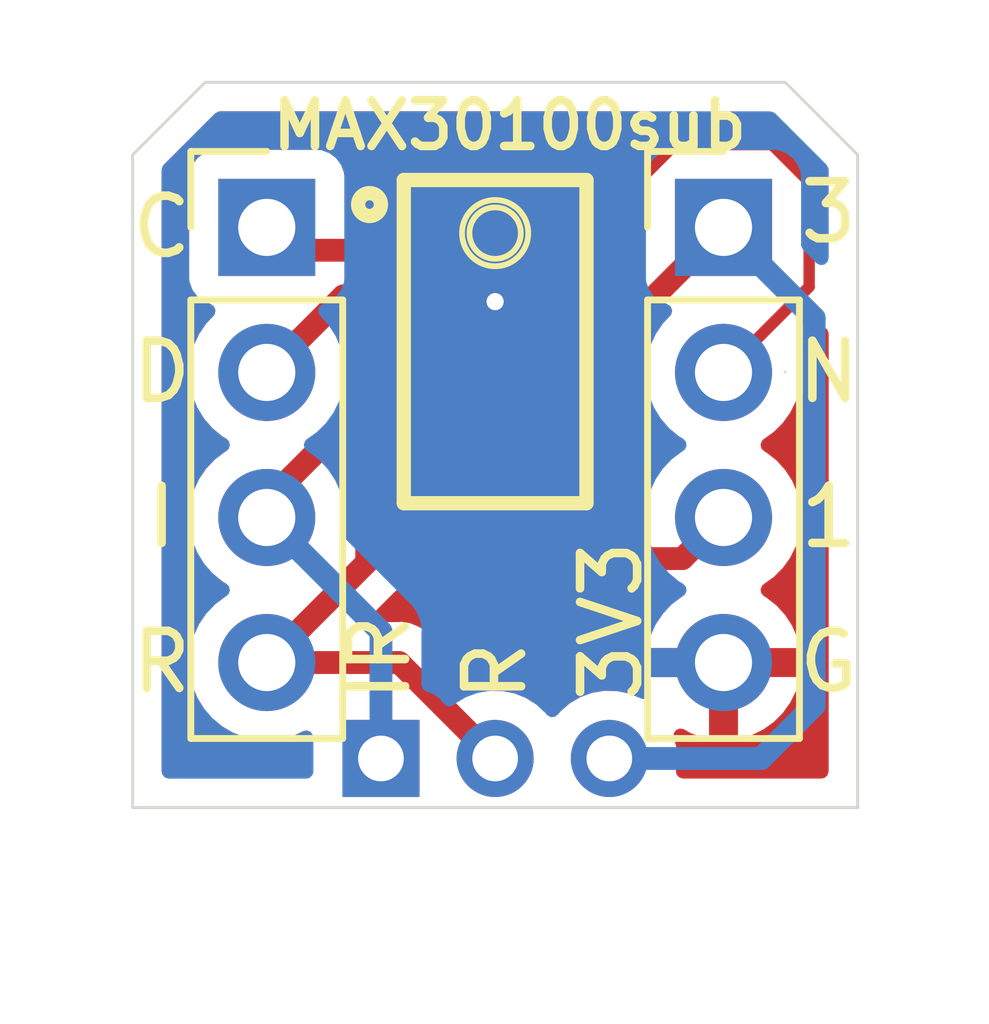
<source format=kicad_pcb>
(kicad_pcb (version 20211014) (generator pcbnew)
  (layers (0 "F.Cu" signal) (31 "B.Cu" signal) (34 "B.Paste" user) (35 "F.Paste" user) (36 "B.SilkS" user "B.Silkscreen") (37 "F.SilkS" user "F.Silkscreen") (38 "B.Mask" user) (39 "F.Mask" user) (44 "Edge.Cuts" user))
  (net 0 "")
  (net 1 "/SCL")
  (net 2 "/SDA")
  (net 3 "/IR")
  (net 4 "/R")
  (net 5 "+3V3")
  (net 6 "/INT")
  (net 7 "+1V8")
  (net 8 "GND")
  (footprint "Connector_PinSocket_2.00mm:PinSocket_1x03_P2.00mm_Vertical" (layer "F.Cu") (at -2 5.5 90)
    (fp_text reference "J3" hide)
    (fp_text value "Conn_01x03")
    (pad "1" thru_hole rect (at 0 0 90) (size 1.35 1.35) (drill 0.8) (layers *.Cu *.Mask) (net 3 "/IR"))
    (pad "2" thru_hole oval (at 0 2 90) (size 1.35 1.35) (drill 0.8) (layers *.Cu *.Mask) (net 4 "/R"))
    (pad "3" thru_hole oval (at 0 4 90) (size 1.35 1.35) (drill 0.8) (layers *.Cu *.Mask) (net 5 "+3V3"))
  )
  (footprint "libLCSC:SENSOR-SMD_MAX30100EFD" (layer "F.Cu") (at 0 -1.8 -90)
    (fp_text reference "U1" hide)
    (fp_text value "MAX30100EFD+")
    (fp_line (start -2.83 -1.6) (end -2.83 1.6) (layer "F.SilkS") (width 0.25))
    (fp_line (start -2.83 -1.6) (end 2.83 -1.6) (layer "F.SilkS") (width 0.25))
    (fp_line (start 2.83 -1.6) (end 2.83 1.6) (layer "F.SilkS") (width 0.25))
    (fp_line (start -2.83 1.6) (end 2.83 1.6) (layer "F.SilkS") (width 0.25))
    (fp_circle (center -1.9 0) (end -1.32 0) (layer "F.SilkS") (width 0.1) (fill none))
    (fp_circle (center -2.4 2.2) (end -2.2 2.2) (layer "F.SilkS") (width 0.25) (fill none))
    (fp_circle (center -1.9 0) (end -1.45 0) (layer "F.SilkS") (width 0.1) (fill none))
    (pad "1" smd rect locked (at -2.4 1.07 90) (size 0.35 0.6) (layers "F.Cu" "F.Paste" "F.Mask"))
    (pad "2" smd rect locked (at -1.6 1.07 90) (size 0.35 0.6) (layers "F.Cu" "F.Paste" "F.Mask") (net 1 "/SCL"))
    (pad "3" smd rect locked (at -0.8 1.07 90) (size 0.35 0.6) (layers "F.Cu" "F.Paste" "F.Mask") (net 2 "/SDA"))
    (pad "4" smd rect locked (at 0 1.07 90) (size 0.35 0.6) (layers "F.Cu" "F.Paste" "F.Mask") (net 8 "GND"))
    (pad "5" smd rect locked (at 0.8 1.07 90) (size 0.35 0.6) (layers "F.Cu" "F.Paste" "F.Mask") (net 3 "/IR"))
    (pad "6" smd rect locked (at 1.6 1.07 90) (size 0.35 0.6) (layers "F.Cu" "F.Paste" "F.Mask") (net 4 "/R"))
    (pad "7" smd rect locked (at 2.4 1.07 90) (size 0.35 0.6) (layers "F.Cu" "F.Paste" "F.Mask"))
    (pad "8" smd rect locked (at 2.4 -1.07 90) (size 0.35 0.6) (layers "F.Cu" "F.Paste" "F.Mask"))
    (pad "9" smd rect locked (at 1.6 -1.07 90) (size 0.35 0.6) (layers "F.Cu" "F.Paste" "F.Mask") (net 5 "+3V3"))
    (pad "10" smd rect locked (at 0.8 -1.07 90) (size 0.35 0.6) (layers "F.Cu" "F.Paste" "F.Mask") (net 5 "+3V3"))
    (pad "11" smd rect locked (at 0 -1.07 90) (size 0.35 0.6) (layers "F.Cu" "F.Paste" "F.Mask") (net 7 "+1V8"))
    (pad "12" smd rect locked (at -0.8 -1.07 90) (size 0.35 0.6) (layers "F.Cu" "F.Paste" "F.Mask") (net 8 "GND"))
    (pad "13" smd rect locked (at -1.6 -1.07 90) (size 0.35 0.6) (layers "F.Cu" "F.Paste" "F.Mask") (net 6 "/INT"))
    (pad "14" smd rect locked (at -2.4 -1.07 90) (size 0.35 0.6) (layers "F.Cu" "F.Paste" "F.Mask"))
  )
  (footprint "Connector_PinHeader_2.54mm:PinHeader_1x04_P2.54mm_Vertical" (layer "F.Cu") (at 4 -3.8)
    (fp_text reference "J2" hide)
    (fp_text value "Conn_01x04")
    (fp_line (start -1.33 1.27) (end -1.33 8.95) (layer "F.SilkS") (width 0.12))
    (fp_line (start 1.33 1.27) (end 1.33 8.95) (layer "F.SilkS") (width 0.12))
    (fp_line (start -1.33 -1.33) (end 0 -1.33) (layer "F.SilkS") (width 0.12))
    (fp_line (start -1.33 0) (end -1.33 -1.33) (layer "F.SilkS") (width 0.12))
    (fp_line (start -1.33 1.27) (end 1.33 1.27) (layer "F.SilkS") (width 0.12))
    (fp_line (start -1.33 8.95) (end 1.33 8.95) (layer "F.SilkS") (width 0.12))
    (pad "1" thru_hole rect locked (at 0 0) (size 1.7 1.7) (drill 1) (layers *.Cu *.Mask) (net 5 "+3V3"))
    (pad "2" thru_hole oval locked (at 0 2.54) (size 1.7 1.7) (drill 1) (layers *.Cu *.Mask) (net 6 "/INT"))
    (pad "3" thru_hole oval locked (at 0 5.08) (size 1.7 1.7) (drill 1) (layers *.Cu *.Mask) (net 7 "+1V8"))
    (pad "4" thru_hole oval locked (at 0 7.62) (size 1.7 1.7) (drill 1) (layers *.Cu *.Mask) (net 8 "GND"))
  )
  (footprint "Connector_PinHeader_2.54mm:PinHeader_1x04_P2.54mm_Vertical" (layer "F.Cu") (at -4 -3.8)
    (fp_text reference "J1" hide)
    (fp_text value "Conn_01x04")
    (fp_line (start -1.33 1.27) (end -1.33 8.95) (layer "F.SilkS") (width 0.12))
    (fp_line (start 1.33 1.27) (end 1.33 8.95) (layer "F.SilkS") (width 0.12))
    (fp_line (start -1.33 0) (end -1.33 -1.33) (layer "F.SilkS") (width 0.12))
    (fp_line (start -1.33 -1.33) (end 0 -1.33) (layer "F.SilkS") (width 0.12))
    (fp_line (start -1.33 8.95) (end 1.33 8.95) (layer "F.SilkS") (width 0.12))
    (fp_line (start -1.33 1.27) (end 1.33 1.27) (layer "F.SilkS") (width 0.12))
    (pad "1" thru_hole rect locked (at 0 0) (size 1.7 1.7) (drill 1) (layers *.Cu *.Mask) (net 1 "/SCL"))
    (pad "2" thru_hole oval locked (at 0 2.54) (size 1.7 1.7) (drill 1) (layers *.Cu *.Mask) (net 2 "/SDA"))
    (pad "3" thru_hole oval locked (at 0 5.08) (size 1.7 1.7) (drill 1) (layers *.Cu *.Mask) (net 3 "/IR"))
    (pad "4" thru_hole oval locked (at 0 7.62) (size 1.7 1.7) (drill 1) (layers *.Cu *.Mask) (net 4 "/R"))
  )
  (gr_line (start -6.35 6.36) (end -6.35 -5.07) (layer "Edge.Cuts") (width 0.05))
  (gr_line (start 6.35 -5.07) (end 6.35 6.36) (layer "Edge.Cuts") (width 0.05))
  (gr_line (start -5.08 -6.34) (end 5.08 -6.34) (layer "Edge.Cuts") (width 0.05))
  (gr_line (start 5.08 -1.27) (end 5.08 -1.27) (layer "Edge.Cuts") (width 0.05))
  (gr_line (start 5.08 -6.34) (end 6.35 -5.07) (layer "Edge.Cuts") (width 0.05))
  (gr_line (start -6.35 -5.07) (end -5.08 -6.34) (layer "Edge.Cuts") (width 0.05))
  (gr_line (start 6.35 6.36) (end -6.35 6.36) (layer "Edge.Cuts") (width 0.05))
  (gr_text "3V3" (at 2.032 4.572 90) (layer "F.SilkS") (effects (font (size 1 1)) (justify left)))
  (gr_text "R" (at 0 4.572 90) (layer "F.SilkS") (effects (font (size 1 1)) (justify left)))
  (gr_text "D" (at -5.842 -1.27) (layer "F.SilkS") (effects (font (size 1 1))))
  (gr_text "1" (at 5.842 1.27) (layer "F.SilkS") (effects (font (size 1 1))))
  (gr_text "R" (at -5.842 3.81) (layer "F.SilkS") (effects (font (size 1 1))))
  (gr_text "IR" (at -2.032 4.572 90) (layer "F.SilkS") (effects (font (size 1 1)) (justify left)))
  (gr_text "MAX30100sub" (at 0.254 -5.588) (layer "F.SilkS") (effects (font (size 0.8 0.8))))
  (gr_text "C" (at -5.842 -3.81) (layer "F.SilkS") (effects (font (size 1 1))))
  (gr_text "N" (at 5.842 -1.27) (layer "F.SilkS") (effects (font (size 1 1))))
  (gr_text "3" (at 5.842 -4.064) (layer "F.SilkS") (effects (font (size 1 1))))
  (gr_text "G\n" (at 5.842 3.81) (layer "F.SilkS") (effects (font (size 1 1))))
  (gr_text "I" (at -5.842 1.27) (layer "F.SilkS") (effects (font (size 1 1))))
  (segment (start -3.6 -3.4) (end -4 -3.8) (width 0.4) (layer "F.Cu") (net 1))
  (segment (start -1.07 -3.4) (end -3.6 -3.4) (width 0.4) (layer "F.Cu") (net 1))
  (segment (start -1.07 -2.6) (end -2.66 -2.6) (width 0.4) (layer "F.Cu") (net 2))
  (segment (start -2.66 -2.6) (end -4 -1.26) (width 0.4) (layer "F.Cu") (net 2))
  (segment (start -1.07 -1) (end -2 -1) (width 0.4) (layer "F.Cu") (net 3))
  (segment (start -2 -1) (end -4 1) (width 0.4) (layer "F.Cu") (net 3))
  (segment (start -4 1) (end -4 1.28) (width 0.4) (layer "F.Cu") (net 3))
  (segment (start -4 1.28) (end -2 3.28) (width 0.4) (layer "B.Cu") (net 3))
  (segment (start -2 3.28) (end -2 5.5) (width 0.4) (layer "B.Cu") (net 3))
  (segment (start -4 3.82) (end -1.68 3.82) (width 0.4) (layer "F.Cu") (net 4))
  (segment (start -2.25 2.07) (end -4 3.82) (width 0.4) (layer "F.Cu") (net 4))
  (segment (start -1.07 -0.2) (end -1.55 -0.2) (width 0.4) (layer "F.Cu") (net 4))
  (segment (start -1.55 -0.2) (end -2.25 0.5) (width 0.4) (layer "F.Cu") (net 4))
  (segment (start -2.25 0.5) (end -2.25 2.07) (width 0.4) (layer "F.Cu") (net 4))
  (segment (start -1.68 3.82) (end 0 5.5) (width 0.4) (layer "F.Cu") (net 4))
  (segment (start 1.95 -0.2) (end 2.25 -0.5) (width 0.4) (layer "F.Cu") (net 5))
  (segment (start 2.25 -2.05) (end 4 -3.8) (width 0.4) (layer "F.Cu") (net 5))
  (segment (start 1.07 -1) (end 2.25 -1) (width 0.4) (layer "F.Cu") (net 5))
  (segment (start 2.25 -0.5) (end 2.25 -1) (width 0.4) (layer "F.Cu") (net 5))
  (segment (start 2.25 -1) (end 2.25 -2.05) (width 0.4) (layer "F.Cu") (net 5))
  (segment (start 1.07 -0.2) (end 1.95 -0.2) (width 0.4) (layer "F.Cu") (net 5))
  (segment (start 5.588 -2.212) (end 4 -3.8) (width 0.4) (layer "B.Cu") (net 5))
  (segment (start 5.588 4.572) (end 5.588 -2.212) (width 0.4) (layer "B.Cu") (net 5))
  (segment (start 4.66 5.5) (end 5.588 4.572) (width 0.4) (layer "B.Cu") (net 5))
  (segment (start 2 5.5) (end 4.66 5.5) (width 0.4) (layer "B.Cu") (net 5))
  (segment (start 1.9225 -3.4) (end 2.5 -3.9775) (width 0.2) (layer "F.Cu") (net 6))
  (segment (start 2.5 -3.9775) (end 2.5 -4.599022) (width 0.2) (layer "F.Cu") (net 6))
  (segment (start 2.5 -4.599022) (end 3.150978 -5.25) (width 0.2) (layer "F.Cu") (net 6))
  (segment (start 5.5 -2.76) (end 4 -1.26) (width 0.2) (layer "F.Cu") (net 6))
  (segment (start 3.150978 -5.25) (end 4.849022 -5.25) (width 0.2) (layer "F.Cu") (net 6))
  (segment (start 1.07 -3.4) (end 1.9225 -3.4) (width 0.2) (layer "F.Cu") (net 6))
  (segment (start 4.849022 -5.25) (end 5.5 -4.599022) (width 0.2) (layer "F.Cu") (net 6))
  (segment (start 5.5 -4.599022) (end 5.5 -2.76) (width 0.2) (layer "F.Cu") (net 6))
  (segment (start 0.595978 -1.8) (end 0.25 -1.454022) (width 0.4) (layer "F.Cu") (net 7))
  (segment (start 0.25 1) (end 1.25 2) (width 0.4) (layer "F.Cu") (net 7))
  (segment (start 0.25 -1.454022) (end 0.25 1) (width 0.4) (layer "F.Cu") (net 7))
  (segment (start 1.25 2) (end 3.28 2) (width 0.4) (layer "F.Cu") (net 7))
  (segment (start 3.28 2) (end 4 1.28) (width 0.4) (layer "F.Cu") (net 7))
  (segment (start 1.07 -1.8) (end 0.595978 -1.8) (width 0.4) (layer "F.Cu") (net 7))
  (segment (start 0.1 -2.6) (end 0 -2.5) (width 0.4) (layer "F.Cu") (net 8))
  (segment (start -0.7 -1.8) (end 0 -2.5) (width 0.4) (layer "F.Cu") (net 8))
  (segment (start 1.07 -2.6) (end 0.1 -2.6) (width 0.4) (layer "F.Cu") (net 8))
  (segment (start -1.07 -1.8) (end -0.7 -1.8) (width 0.4) (layer "F.Cu") (net 8))
  (via (at 0 -2.5) (size 0.6) (drill 0.3) (layers "F.Cu" "B.Cu") (net 8))
  (segment (start 0 -2.5) (end 0 2.25) (width 0.4) (layer "B.Cu") (net 8))
  (segment (start 1.57 3.82) (end 4 3.82) (width 0.4) (layer "B.Cu") (net 8))
  (segment (start 0 2.25) (end 1.57 3.82) (width 0.4) (layer "B.Cu") (net 8))
  (zone (net 8) (net_name "GND") (layers F&B.Cu) (connect_pads (clearance 0.508)) (min_thickness 0.254) (fill yes (thermal_gap 0.508) (thermal_bridge_width 0.508))
    (polygon (pts (xy 6.35 6.35) (xy -6.35 6.35) (xy -6.35 -6.35) (xy 6.35 -6.35)))
  )
)
</source>
